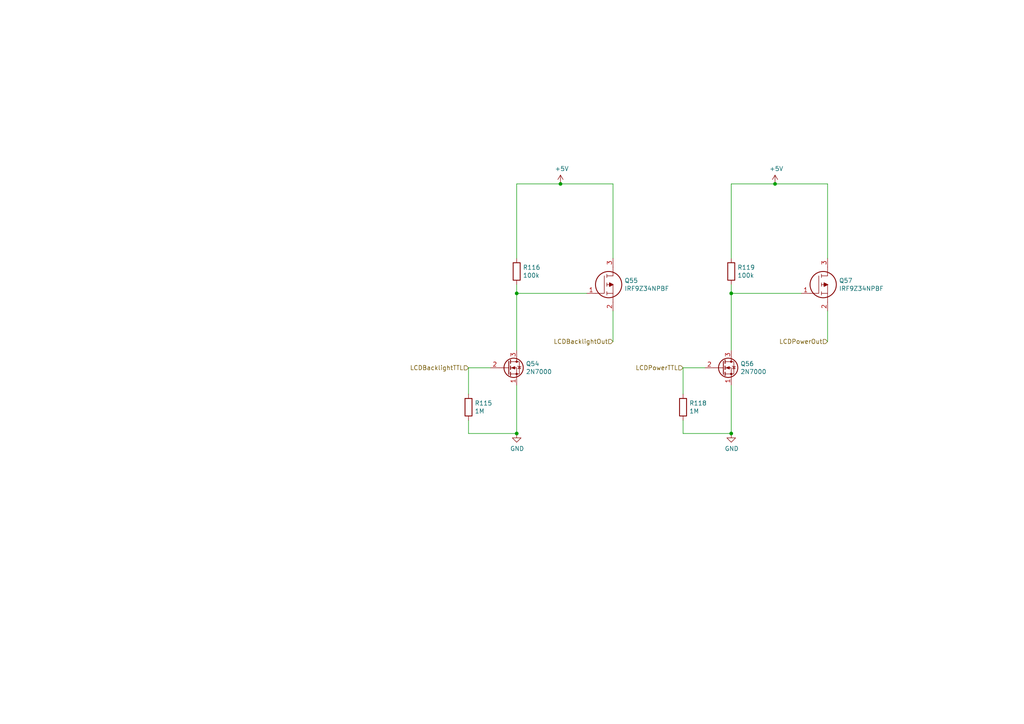
<source format=kicad_sch>
(kicad_sch (version 20231120) (generator "eeschema") (generator_version "8.0")
  (paper "A4")
  (lib_symbols
    (symbol "Device:R" (pin_numbers hide) (pin_names (offset 0))
      (property "Reference" "R" (at 2.032 0 90))
      (property "Value" "R" (at 0 0 90))
      (symbol "R_0_1"
        (rectangle (start -1.016 -2.54) (end 1.016 2.54) (stroke (width 0.254)))
      )
      (symbol "R_1_1"
        (pin passive line (at 0 3.81 270) (length 1.27) (name "~") (number "1"))
        (pin passive line (at 0 -3.81 90) (length 1.27) (name "~") (number "2"))
      )
    )
    (symbol "SamacSys_Parts:IRF9Z34NPBF" (pin_names (offset 0.762))
      (property "Reference" "Q" (at 11.43 3.81 0))
      (property "Value" "SamacSys_Parts_IRF9Z34NPBF" (at 11.43 1.27 0))
      (symbol "IRF9Z34NPBF_0_0"
        (pin passive line (at 0 0 0) (length 2.54) (name "~") (number "1"))
        (pin passive line (at 7.62 -5.08 90) (length 2.54) (name "~") (number "2"))
        (pin passive line (at 7.62 10.16 270) (length 2.54) (name "~") (number "3"))
      )
      (symbol "IRF9Z34NPBF_0_1"
        (polyline (pts (xy 5.842 -0.508) (xy 5.842 0.508)) (stroke (width 0.1524)))
        (polyline (pts (xy 5.842 0) (xy 7.62 0)) (stroke (width 0.1524)))
        (polyline (pts (xy 5.842 2.032) (xy 5.842 3.048)) (stroke (width 0.1524)))
        (polyline (pts (xy 5.842 5.588) (xy 5.842 4.572)) (stroke (width 0.1524)))
        (polyline (pts (xy 7.62 2.54) (xy 5.842 2.54)) (stroke (width 0.1524)))
        (polyline (pts (xy 7.62 2.54) (xy 7.62 -2.54)) (stroke (width 0.1524)))
        (polyline (pts (xy 7.62 5.08) (xy 5.842 5.08)) (stroke (width 0.1524)))
        (polyline (pts (xy 7.62 5.08) (xy 7.62 7.62)) (stroke (width 0.1524)))
        (polyline (pts (xy 2.54 0) (xy 5.08 0) (xy 5.08 5.08)) (stroke (width 0.1524)))
        (polyline (pts (xy 7.62 2.54) (xy 6.604 3.048) (xy 6.604 2.032) (xy 7.62 2.54)) (stroke (width 0.254)) (fill (type outline)))
        (circle (center 6.35 2.54) (radius 3.81) (stroke (width 0.254)))
      )
    )
    (symbol "Transistor_FET:2N7000" (pin_names hide)
      (property "Reference" "Q" (at 5.08 1.905 0))
      (property "Value" "2N7000" (at 5.08 0 0))
      (symbol "2N7000_0_1"
        (polyline (pts (xy 0.254 0) (xy -2.54 0)))
        (polyline (pts (xy 0.254 1.905) (xy 0.254 -1.905)) (stroke (width 0.254)))
        (polyline (pts (xy 0.762 -1.27) (xy 0.762 -2.286)) (stroke (width 0.254)))
        (polyline (pts (xy 0.762 0.508) (xy 0.762 -0.508)) (stroke (width 0.254)))
        (polyline (pts (xy 0.762 2.286) (xy 0.762 1.27)) (stroke (width 0.254)))
        (polyline (pts (xy 2.54 2.54) (xy 2.54 1.778)))
        (polyline (pts (xy 2.54 -2.54) (xy 2.54 0) (xy 0.762 0)))
        (polyline (pts (xy 0.762 -1.778) (xy 3.302 -1.778) (xy 3.302 1.778) (xy 0.762 1.778)))
        (polyline (pts (xy 1.016 0) (xy 2.032 0.381) (xy 2.032 -0.381) (xy 1.016 0)) (fill (type outline)))
        (polyline (pts (xy 2.794 0.508) (xy 2.921 0.381) (xy 3.683 0.381) (xy 3.81 0.254)))
        (polyline (pts (xy 3.302 0.381) (xy 2.921 -0.254) (xy 3.683 -0.254) (xy 3.302 0.381)))
        (circle (center 1.651 0) (radius 2.794) (stroke (width 0.254)))
        (circle (center 2.54 -1.778) (radius 0.254) (fill (type outline)))
        (circle (center 2.54 1.778) (radius 0.254) (fill (type outline)))
      )
      (symbol "2N7000_1_1"
        (pin passive line (at 2.54 -5.08 90) (length 2.54) (name "S") (number "1"))
        (pin input line (at -5.08 0 0) (length 2.54) (name "G") (number "2"))
        (pin passive line (at 2.54 5.08 270) (length 2.54) (name "D") (number "3"))
      )
    )
    (symbol "power:+5V" (power) (pin_names (offset 0))
      (property "Value" "+5V" (at 0 3.556 0))
      (symbol "+5V_0_1"
        (polyline (pts (xy -0.762 1.27) (xy 0 2.54)))
        (polyline (pts (xy 0 0) (xy 0 2.54)))
        (polyline (pts (xy 0 2.54) (xy 0.762 1.27)))
      )
      (symbol "+5V_1_1"
        (pin power_in line (at 0 0 90) (length 0) hide (name "+5V") (number "1"))
      )
    )
    (symbol "power:GND" (power) (pin_names (offset 0))
      (property "Value" "GND" (at 0 -3.81 0))
      (symbol "GND_0_1"
        (polyline (pts (xy 0 0) (xy 0 -1.27) (xy 1.27 -1.27) (xy 0 -2.54) (xy -1.27 -1.27) (xy 0 -1.27)))
      )
      (symbol "GND_1_1"
        (pin power_in line (at 0 0 270) (length 0) hide (name "GND") (number "1"))
      )
    )
  )
  (junction (at 149.86 85.09))
  (junction (at 212.09 125.73))
  (junction (at 212.09 85.09))
  (junction (at 224.79 53.34))
  (junction (at 149.86 125.73))
  (junction (at 162.56 53.34))
  (wire (pts (xy 177.8 53.34) (xy 162.56 53.34)))
  (wire (pts (xy 212.09 111.76) (xy 212.09 125.73)))
  (wire (pts (xy 198.12 125.73) (xy 212.09 125.73)))
  (wire (pts (xy 162.56 53.34) (xy 149.86 53.34)))
  (wire (pts (xy 135.89 114.3) (xy 135.89 106.68)))
  (wire (pts (xy 198.12 121.92) (xy 198.12 125.73)))
  (wire (pts (xy 149.86 53.34) (xy 149.86 74.93)))
  (wire (pts (xy 135.89 125.73) (xy 149.86 125.73)))
  (wire (pts (xy 212.09 85.09) (xy 232.41 85.09)))
  (wire (pts (xy 177.8 74.93) (xy 177.8 53.34)))
  (wire (pts (xy 224.79 53.34) (xy 212.09 53.34)))
  (wire (pts (xy 135.89 106.68) (xy 142.24 106.68)))
  (wire (pts (xy 149.86 85.09) (xy 149.86 101.6)))
  (wire (pts (xy 240.03 99.06) (xy 240.03 90.17)))
  (wire (pts (xy 149.86 111.76) (xy 149.86 125.73)))
  (wire (pts (xy 149.86 85.09) (xy 149.86 82.55)))
  (wire (pts (xy 198.12 106.68) (xy 204.47 106.68)))
  (wire (pts (xy 198.12 114.3) (xy 198.12 106.68)))
  (wire (pts (xy 212.09 85.09) (xy 212.09 82.55)))
  (wire (pts (xy 149.86 85.09) (xy 170.18 85.09)))
  (wire (pts (xy 177.8 99.06) (xy 177.8 90.17)))
  (wire (pts (xy 240.03 53.34) (xy 224.79 53.34)))
  (wire (pts (xy 212.09 53.34) (xy 212.09 74.93)))
  (wire (pts (xy 240.03 74.93) (xy 240.03 53.34)))
  (wire (pts (xy 135.89 121.92) (xy 135.89 125.73)))
  (wire (pts (xy 212.09 85.09) (xy 212.09 101.6)))
  (hierarchical_label "LCDBacklightOut" (shape input) (at 177.8 99.06 180))
  (hierarchical_label "LCDPowerTTL" (shape input) (at 198.12 106.68 180))
  (hierarchical_label "LCDBacklightTTL" (shape input) (at 135.89 106.68 180))
  (hierarchical_label "LCDPowerOut" (shape input) (at 240.03 99.06 180))
  (symbol (lib_id "SamacSys_Parts:IRF9Z34NPBF") (at 170.18 85.09 0) (unit 1)
    (property "Reference" "Q55" (at 181.102 81.3816 0) (effects (justify left)))
    (property "Value" "IRF9Z34NPBF" (at 181.102 83.693 0) (effects (justify left)))
    (property "Footprint" "SamacSys_Parts:TO254P469X1042X1967-3P" (effects (hide yes)))
    (property "Datasheet" "https://www.infineon.com/dgdl/irf9z34npbf.pdf?fileId=5546d462533600a40153561220af1ddd" (effects (hide yes)))
    (property "Description" "MOSFET MOSFT PCh -55V -17A 100mOhm 23.3nC" (effects (hide yes)))
    (property "Height" "4.69" (effects (hide yes)))
    (property "Mouser Part Number" "942-IRF9Z34NPBF" (effects (hide yes)))
    (property "Mouser Price/Stock" "https://www.mouser.co.uk/ProductDetail/Infineon-IR/IRF9Z34NPBF?qs=9%252BKlkBgLFf16a%2FvlD%252BMCtQ%3D%3D" (effects (hide yes)))
    (property "Manufacturer_Name" "Infineon" (effects (hide yes)))
    (property "Manufacturer_Part_Number" "IRF9Z34NPBF" (effects (hide yes)))
  )
  (symbol (lib_id "Device:R") (at 135.89 118.11 0) (unit 1)
    (property "Reference" "R115" (at 137.668 116.9416 0) (effects (justify left)))
    (property "Value" "1M" (at 137.668 119.253 0) (effects (justify left)))
    (property "Footprint" "Resistor_THT:R_Axial_DIN0207_L6.3mm_D2.5mm_P2.54mm_Vertical" (effects (hide yes)))
  )
  (symbol (lib_id "power:GND") (at 149.86 125.73 0) (unit 1)
    (property "Reference" "#PWR0149" (effects (hide yes)))
    (property "Value" "GND" (at 149.987 130.1242 0))
  )
  (symbol (lib_id "Transistor_FET:2N7000") (at 147.32 106.68 0) (unit 1)
    (property "Reference" "Q54" (at 152.5016 105.5116 0) (effects (justify left)))
    (property "Value" "2N7000" (at 152.5016 107.823 0) (effects (justify left)))
    (property "Footprint" "Package_TO_SOT_THT:TO-92_Inline" (effects (hide yes)))
    (property "Datasheet" "https://www.onsemi.com/pub/Collateral/NDS7002A-D.PDF" (effects (hide yes)))
  )
  (symbol (lib_id "Device:R") (at 149.86 78.74 0) (unit 1)
    (property "Reference" "R116" (at 151.638 77.5716 0) (effects (justify left)))
    (property "Value" "100k" (at 151.638 79.883 0) (effects (justify left)))
    (property "Footprint" "Resistor_THT:R_Axial_DIN0207_L6.3mm_D2.5mm_P2.54mm_Vertical" (effects (hide yes)))
  )
  (symbol (lib_id "power:+5V") (at 162.56 53.34 0) (unit 1)
    (property "Reference" "#PWR0150" (effects (hide yes)))
    (property "Value" "+5V" (at 162.941 48.9458 0))
  )
  (symbol (lib_id "SamacSys_Parts:IRF9Z34NPBF") (at 232.41 85.09 0) (unit 1)
    (property "Reference" "Q57" (at 243.332 81.3816 0) (effects (justify left)))
    (property "Value" "IRF9Z34NPBF" (at 243.332 83.693 0) (effects (justify left)))
    (property "Footprint" "SamacSys_Parts:TO254P469X1042X1967-3P" (effects (hide yes)))
    (property "Datasheet" "https://www.infineon.com/dgdl/irf9z34npbf.pdf?fileId=5546d462533600a40153561220af1ddd" (effects (hide yes)))
    (property "Description" "MOSFET MOSFT PCh -55V -17A 100mOhm 23.3nC" (effects (hide yes)))
    (property "Height" "4.69" (effects (hide yes)))
    (property "Mouser Part Number" "942-IRF9Z34NPBF" (effects (hide yes)))
    (property "Mouser Price/Stock" "https://www.mouser.co.uk/ProductDetail/Infineon-IR/IRF9Z34NPBF?qs=9%252BKlkBgLFf16a%2FvlD%252BMCtQ%3D%3D" (effects (hide yes)))
    (property "Manufacturer_Name" "Infineon" (effects (hide yes)))
    (property "Manufacturer_Part_Number" "IRF9Z34NPBF" (effects (hide yes)))
  )
  (symbol (lib_id "Device:R") (at 198.12 118.11 0) (unit 1)
    (property "Reference" "R118" (at 199.898 116.9416 0) (effects (justify left)))
    (property "Value" "1M" (at 199.898 119.253 0) (effects (justify left)))
    (property "Footprint" "Resistor_THT:R_Axial_DIN0207_L6.3mm_D2.5mm_P2.54mm_Vertical" (effects (hide yes)))
  )
  (symbol (lib_id "power:GND") (at 212.09 125.73 0) (unit 1)
    (property "Reference" "#PWR0151" (effects (hide yes)))
    (property "Value" "GND" (at 212.217 130.1242 0))
  )
  (symbol (lib_id "Transistor_FET:2N7000") (at 209.55 106.68 0) (unit 1)
    (property "Reference" "Q56" (at 214.7316 105.5116 0) (effects (justify left)))
    (property "Value" "2N7000" (at 214.7316 107.823 0) (effects (justify left)))
    (property "Footprint" "Package_TO_SOT_THT:TO-92_Inline" (effects (hide yes)))
    (property "Datasheet" "https://www.onsemi.com/pub/Collateral/NDS7002A-D.PDF" (effects (hide yes)))
  )
  (symbol (lib_id "Device:R") (at 212.09 78.74 0) (unit 1)
    (property "Reference" "R119" (at 213.868 77.5716 0) (effects (justify left)))
    (property "Value" "100k" (at 213.868 79.883 0) (effects (justify left)))
    (property "Footprint" "Resistor_THT:R_Axial_DIN0207_L6.3mm_D2.5mm_P2.54mm_Vertical" (effects (hide yes)))
  )
  (symbol (lib_id "power:+5V") (at 224.79 53.34 0) (unit 1)
    (property "Reference" "#PWR0152" (effects (hide yes)))
    (property "Value" "+5V" (at 225.171 48.9458 0))
  )
)
</source>
